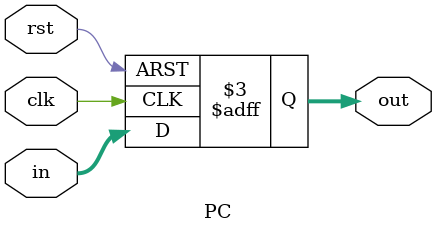
<source format=v>
module PC(
    input clk,rst,
    input [31:0] in,
    output reg [31:0] out
);
initial out = 32'h0000_3000;
always @(posedge clk or posedge rst) 
begin
    if(rst)
        out <= 32'h0000_3000;
    else
        out <= in;  
end
endmodule

</source>
